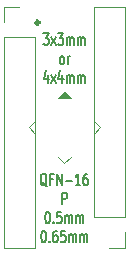
<source format=gto>
G04 #@! TF.GenerationSoftware,KiCad,Pcbnew,(6.0.9)*
G04 #@! TF.CreationDate,2023-05-28T18:51:30+02:00*
G04 #@! TF.ProjectId,SOIC-SSOP-DIP adapter,534f4943-2d53-4534-9f50-2d4449502061,rev?*
G04 #@! TF.SameCoordinates,Original*
G04 #@! TF.FileFunction,Legend,Top*
G04 #@! TF.FilePolarity,Positive*
%FSLAX46Y46*%
G04 Gerber Fmt 4.6, Leading zero omitted, Abs format (unit mm)*
G04 Created by KiCad (PCBNEW (6.0.9)) date 2023-05-28 18:51:30*
%MOMM*%
%LPD*%
G01*
G04 APERTURE LIST*
G04 Aperture macros list*
%AMRoundRect*
0 Rectangle with rounded corners*
0 $1 Rounding radius*
0 $2 $3 $4 $5 $6 $7 $8 $9 X,Y pos of 4 corners*
0 Add a 4 corners polygon primitive as box body*
4,1,4,$2,$3,$4,$5,$6,$7,$8,$9,$2,$3,0*
0 Add four circle primitives for the rounded corners*
1,1,$1+$1,$2,$3*
1,1,$1+$1,$4,$5*
1,1,$1+$1,$6,$7*
1,1,$1+$1,$8,$9*
0 Add four rect primitives between the rounded corners*
20,1,$1+$1,$2,$3,$4,$5,0*
20,1,$1+$1,$4,$5,$6,$7,0*
20,1,$1+$1,$6,$7,$8,$9,0*
20,1,$1+$1,$8,$9,$2,$3,0*%
%AMRotRect*
0 Rectangle, with rotation*
0 The origin of the aperture is its center*
0 $1 length*
0 $2 width*
0 $3 Rotation angle, in degrees counterclockwise*
0 Add horizontal line*
21,1,$1,$2,0,0,$3*%
G04 Aperture macros list end*
%ADD10C,0.150000*%
%ADD11C,0.329000*%
%ADD12C,0.120000*%
%ADD13R,1.700000X1.700000*%
%ADD14O,1.700000X1.700000*%
%ADD15RoundRect,0.116150X-0.413092X0.248831X0.248831X-0.413092X0.413092X-0.248831X-0.248831X0.413092X0*%
%ADD16RoundRect,0.087000X-0.413092X0.290055X0.290055X-0.413092X0.413092X-0.290055X-0.290055X0.413092X0*%
%ADD17RoundRect,0.116150X-0.413092X-0.248831X-0.248831X-0.413092X0.413092X0.248831X0.248831X0.413092X0*%
%ADD18RoundRect,0.087000X-0.413092X-0.290055X-0.290055X-0.413092X0.413092X0.290055X0.290055X0.413092X0*%
%ADD19RotRect,1.930400X1.930400X315.000000*%
G04 APERTURE END LIST*
D10*
X68350000Y-124370619D02*
X68283333Y-124323000D01*
X68216666Y-124227761D01*
X68116666Y-124084904D01*
X68050000Y-124037285D01*
X67983333Y-124037285D01*
X68016666Y-124275380D02*
X67950000Y-124227761D01*
X67883333Y-124132523D01*
X67850000Y-123942047D01*
X67850000Y-123608714D01*
X67883333Y-123418238D01*
X67950000Y-123323000D01*
X68016666Y-123275380D01*
X68150000Y-123275380D01*
X68216666Y-123323000D01*
X68283333Y-123418238D01*
X68316666Y-123608714D01*
X68316666Y-123942047D01*
X68283333Y-124132523D01*
X68216666Y-124227761D01*
X68150000Y-124275380D01*
X68016666Y-124275380D01*
X68850000Y-123751571D02*
X68616666Y-123751571D01*
X68616666Y-124275380D02*
X68616666Y-123275380D01*
X68950000Y-123275380D01*
X69216666Y-124275380D02*
X69216666Y-123275380D01*
X69616666Y-124275380D01*
X69616666Y-123275380D01*
X69950000Y-123894428D02*
X70483333Y-123894428D01*
X71183333Y-124275380D02*
X70783333Y-124275380D01*
X70983333Y-124275380D02*
X70983333Y-123275380D01*
X70916666Y-123418238D01*
X70850000Y-123513476D01*
X70783333Y-123561095D01*
X71783333Y-123275380D02*
X71650000Y-123275380D01*
X71583333Y-123323000D01*
X71550000Y-123370619D01*
X71483333Y-123513476D01*
X71450000Y-123703952D01*
X71450000Y-124084904D01*
X71483333Y-124180142D01*
X71516666Y-124227761D01*
X71583333Y-124275380D01*
X71716666Y-124275380D01*
X71783333Y-124227761D01*
X71816666Y-124180142D01*
X71850000Y-124084904D01*
X71850000Y-123846809D01*
X71816666Y-123751571D01*
X71783333Y-123703952D01*
X71716666Y-123656333D01*
X71583333Y-123656333D01*
X71516666Y-123703952D01*
X71483333Y-123751571D01*
X71450000Y-123846809D01*
X69666666Y-125885380D02*
X69666666Y-124885380D01*
X69933333Y-124885380D01*
X70000000Y-124933000D01*
X70033333Y-124980619D01*
X70066666Y-125075857D01*
X70066666Y-125218714D01*
X70033333Y-125313952D01*
X70000000Y-125361571D01*
X69933333Y-125409190D01*
X69666666Y-125409190D01*
X68383333Y-126495380D02*
X68450000Y-126495380D01*
X68516666Y-126543000D01*
X68550000Y-126590619D01*
X68583333Y-126685857D01*
X68616666Y-126876333D01*
X68616666Y-127114428D01*
X68583333Y-127304904D01*
X68550000Y-127400142D01*
X68516666Y-127447761D01*
X68450000Y-127495380D01*
X68383333Y-127495380D01*
X68316666Y-127447761D01*
X68283333Y-127400142D01*
X68250000Y-127304904D01*
X68216666Y-127114428D01*
X68216666Y-126876333D01*
X68250000Y-126685857D01*
X68283333Y-126590619D01*
X68316666Y-126543000D01*
X68383333Y-126495380D01*
X68916666Y-127400142D02*
X68950000Y-127447761D01*
X68916666Y-127495380D01*
X68883333Y-127447761D01*
X68916666Y-127400142D01*
X68916666Y-127495380D01*
X69583333Y-126495380D02*
X69250000Y-126495380D01*
X69216666Y-126971571D01*
X69250000Y-126923952D01*
X69316666Y-126876333D01*
X69483333Y-126876333D01*
X69550000Y-126923952D01*
X69583333Y-126971571D01*
X69616666Y-127066809D01*
X69616666Y-127304904D01*
X69583333Y-127400142D01*
X69550000Y-127447761D01*
X69483333Y-127495380D01*
X69316666Y-127495380D01*
X69250000Y-127447761D01*
X69216666Y-127400142D01*
X69916666Y-127495380D02*
X69916666Y-126828714D01*
X69916666Y-126923952D02*
X69950000Y-126876333D01*
X70016666Y-126828714D01*
X70116666Y-126828714D01*
X70183333Y-126876333D01*
X70216666Y-126971571D01*
X70216666Y-127495380D01*
X70216666Y-126971571D02*
X70250000Y-126876333D01*
X70316666Y-126828714D01*
X70416666Y-126828714D01*
X70483333Y-126876333D01*
X70516666Y-126971571D01*
X70516666Y-127495380D01*
X70850000Y-127495380D02*
X70850000Y-126828714D01*
X70850000Y-126923952D02*
X70883333Y-126876333D01*
X70950000Y-126828714D01*
X71050000Y-126828714D01*
X71116666Y-126876333D01*
X71150000Y-126971571D01*
X71150000Y-127495380D01*
X71150000Y-126971571D02*
X71183333Y-126876333D01*
X71250000Y-126828714D01*
X71350000Y-126828714D01*
X71416666Y-126876333D01*
X71450000Y-126971571D01*
X71450000Y-127495380D01*
X68050000Y-128105380D02*
X68116666Y-128105380D01*
X68183333Y-128153000D01*
X68216666Y-128200619D01*
X68250000Y-128295857D01*
X68283333Y-128486333D01*
X68283333Y-128724428D01*
X68250000Y-128914904D01*
X68216666Y-129010142D01*
X68183333Y-129057761D01*
X68116666Y-129105380D01*
X68050000Y-129105380D01*
X67983333Y-129057761D01*
X67950000Y-129010142D01*
X67916666Y-128914904D01*
X67883333Y-128724428D01*
X67883333Y-128486333D01*
X67916666Y-128295857D01*
X67950000Y-128200619D01*
X67983333Y-128153000D01*
X68050000Y-128105380D01*
X68583333Y-129010142D02*
X68616666Y-129057761D01*
X68583333Y-129105380D01*
X68550000Y-129057761D01*
X68583333Y-129010142D01*
X68583333Y-129105380D01*
X69216666Y-128105380D02*
X69083333Y-128105380D01*
X69016666Y-128153000D01*
X68983333Y-128200619D01*
X68916666Y-128343476D01*
X68883333Y-128533952D01*
X68883333Y-128914904D01*
X68916666Y-129010142D01*
X68950000Y-129057761D01*
X69016666Y-129105380D01*
X69150000Y-129105380D01*
X69216666Y-129057761D01*
X69250000Y-129010142D01*
X69283333Y-128914904D01*
X69283333Y-128676809D01*
X69250000Y-128581571D01*
X69216666Y-128533952D01*
X69150000Y-128486333D01*
X69016666Y-128486333D01*
X68950000Y-128533952D01*
X68916666Y-128581571D01*
X68883333Y-128676809D01*
X69916666Y-128105380D02*
X69583333Y-128105380D01*
X69550000Y-128581571D01*
X69583333Y-128533952D01*
X69650000Y-128486333D01*
X69816666Y-128486333D01*
X69883333Y-128533952D01*
X69916666Y-128581571D01*
X69950000Y-128676809D01*
X69950000Y-128914904D01*
X69916666Y-129010142D01*
X69883333Y-129057761D01*
X69816666Y-129105380D01*
X69650000Y-129105380D01*
X69583333Y-129057761D01*
X69550000Y-129010142D01*
X70250000Y-129105380D02*
X70250000Y-128438714D01*
X70250000Y-128533952D02*
X70283333Y-128486333D01*
X70350000Y-128438714D01*
X70450000Y-128438714D01*
X70516666Y-128486333D01*
X70550000Y-128581571D01*
X70550000Y-129105380D01*
X70550000Y-128581571D02*
X70583333Y-128486333D01*
X70650000Y-128438714D01*
X70750000Y-128438714D01*
X70816666Y-128486333D01*
X70850000Y-128581571D01*
X70850000Y-129105380D01*
X71183333Y-129105380D02*
X71183333Y-128438714D01*
X71183333Y-128533952D02*
X71216666Y-128486333D01*
X71283333Y-128438714D01*
X71383333Y-128438714D01*
X71450000Y-128486333D01*
X71483333Y-128581571D01*
X71483333Y-129105380D01*
X71483333Y-128581571D02*
X71516666Y-128486333D01*
X71583333Y-128438714D01*
X71683333Y-128438714D01*
X71750000Y-128486333D01*
X71783333Y-128581571D01*
X71783333Y-129105380D01*
X68066666Y-111380380D02*
X68500000Y-111380380D01*
X68266666Y-111761333D01*
X68366666Y-111761333D01*
X68433333Y-111808952D01*
X68466666Y-111856571D01*
X68500000Y-111951809D01*
X68500000Y-112189904D01*
X68466666Y-112285142D01*
X68433333Y-112332761D01*
X68366666Y-112380380D01*
X68166666Y-112380380D01*
X68100000Y-112332761D01*
X68066666Y-112285142D01*
X68733333Y-112380380D02*
X69100000Y-111713714D01*
X68733333Y-111713714D02*
X69100000Y-112380380D01*
X69300000Y-111380380D02*
X69733333Y-111380380D01*
X69500000Y-111761333D01*
X69600000Y-111761333D01*
X69666666Y-111808952D01*
X69700000Y-111856571D01*
X69733333Y-111951809D01*
X69733333Y-112189904D01*
X69700000Y-112285142D01*
X69666666Y-112332761D01*
X69600000Y-112380380D01*
X69400000Y-112380380D01*
X69333333Y-112332761D01*
X69300000Y-112285142D01*
X70033333Y-112380380D02*
X70033333Y-111713714D01*
X70033333Y-111808952D02*
X70066666Y-111761333D01*
X70133333Y-111713714D01*
X70233333Y-111713714D01*
X70300000Y-111761333D01*
X70333333Y-111856571D01*
X70333333Y-112380380D01*
X70333333Y-111856571D02*
X70366666Y-111761333D01*
X70433333Y-111713714D01*
X70533333Y-111713714D01*
X70600000Y-111761333D01*
X70633333Y-111856571D01*
X70633333Y-112380380D01*
X70966666Y-112380380D02*
X70966666Y-111713714D01*
X70966666Y-111808952D02*
X71000000Y-111761333D01*
X71066666Y-111713714D01*
X71166666Y-111713714D01*
X71233333Y-111761333D01*
X71266666Y-111856571D01*
X71266666Y-112380380D01*
X71266666Y-111856571D02*
X71300000Y-111761333D01*
X71366666Y-111713714D01*
X71466666Y-111713714D01*
X71533333Y-111761333D01*
X71566666Y-111856571D01*
X71566666Y-112380380D01*
X69583333Y-113990380D02*
X69516666Y-113942761D01*
X69483333Y-113895142D01*
X69450000Y-113799904D01*
X69450000Y-113514190D01*
X69483333Y-113418952D01*
X69516666Y-113371333D01*
X69583333Y-113323714D01*
X69683333Y-113323714D01*
X69750000Y-113371333D01*
X69783333Y-113418952D01*
X69816666Y-113514190D01*
X69816666Y-113799904D01*
X69783333Y-113895142D01*
X69750000Y-113942761D01*
X69683333Y-113990380D01*
X69583333Y-113990380D01*
X70116666Y-113990380D02*
X70116666Y-113323714D01*
X70116666Y-113514190D02*
X70150000Y-113418952D01*
X70183333Y-113371333D01*
X70250000Y-113323714D01*
X70316666Y-113323714D01*
X68433333Y-114933714D02*
X68433333Y-115600380D01*
X68266666Y-114552761D02*
X68100000Y-115267047D01*
X68533333Y-115267047D01*
X68733333Y-115600380D02*
X69100000Y-114933714D01*
X68733333Y-114933714D02*
X69100000Y-115600380D01*
X69666666Y-114933714D02*
X69666666Y-115600380D01*
X69500000Y-114552761D02*
X69333333Y-115267047D01*
X69766666Y-115267047D01*
X70033333Y-115600380D02*
X70033333Y-114933714D01*
X70033333Y-115028952D02*
X70066666Y-114981333D01*
X70133333Y-114933714D01*
X70233333Y-114933714D01*
X70300000Y-114981333D01*
X70333333Y-115076571D01*
X70333333Y-115600380D01*
X70333333Y-115076571D02*
X70366666Y-114981333D01*
X70433333Y-114933714D01*
X70533333Y-114933714D01*
X70600000Y-114981333D01*
X70633333Y-115076571D01*
X70633333Y-115600380D01*
X70966666Y-115600380D02*
X70966666Y-114933714D01*
X70966666Y-115028952D02*
X71000000Y-114981333D01*
X71066666Y-114933714D01*
X71166666Y-114933714D01*
X71233333Y-114981333D01*
X71266666Y-115076571D01*
X71266666Y-115600380D01*
X71266666Y-115076571D02*
X71300000Y-114981333D01*
X71366666Y-114933714D01*
X71466666Y-114933714D01*
X71533333Y-114981333D01*
X71566666Y-115076571D01*
X71566666Y-115600380D01*
D11*
X67728500Y-110490000D02*
G75*
G03*
X67728500Y-110490000I-164500J0D01*
G01*
D12*
X64710000Y-129600000D02*
X67370000Y-129600000D01*
X67370000Y-111760000D02*
X67370000Y-129600000D01*
X64710000Y-109160000D02*
X66040000Y-109160000D01*
X64710000Y-111760000D02*
X67370000Y-111760000D01*
X64710000Y-111760000D02*
X64710000Y-129600000D01*
X64710000Y-110490000D02*
X64710000Y-109160000D01*
X74990000Y-126985000D02*
X72330000Y-126985000D01*
X72330000Y-126985000D02*
X72330000Y-109145000D01*
X74990000Y-126985000D02*
X74990000Y-109145000D01*
X74990000Y-129585000D02*
X73660000Y-129585000D01*
X74990000Y-109145000D02*
X72330000Y-109145000D01*
X74990000Y-128255000D02*
X74990000Y-129585000D01*
X69337348Y-121851338D02*
X69850000Y-122363991D01*
X69850000Y-122363991D02*
X70362652Y-121851338D01*
X66866009Y-119380000D02*
X67378662Y-118867348D01*
X72321338Y-118867348D02*
X72833991Y-119380000D01*
X67378662Y-119892652D02*
X66866009Y-119380000D01*
X72833991Y-119380000D02*
X72321338Y-119892652D01*
G36*
X70363925Y-116909935D02*
G01*
X69342227Y-116906328D01*
X69851273Y-116397282D01*
X70363925Y-116909935D01*
G37*
X70363925Y-116909935D02*
X69342227Y-116906328D01*
X69851273Y-116397282D01*
X70363925Y-116909935D01*
%LPC*%
D13*
X66040000Y-110490000D03*
D14*
X66040000Y-113030000D03*
X66040000Y-115570000D03*
X66040000Y-118110000D03*
X66040000Y-120650000D03*
X66040000Y-123190000D03*
X66040000Y-125730000D03*
X66040000Y-128270000D03*
D13*
X73660000Y-128255000D03*
D14*
X73660000Y-125715000D03*
X73660000Y-123175000D03*
X73660000Y-120635000D03*
X73660000Y-118095000D03*
X73660000Y-115555000D03*
X73660000Y-113015000D03*
X73660000Y-110475000D03*
D15*
X69206038Y-117473569D03*
D16*
X68787643Y-117891964D03*
X68361964Y-118317643D03*
D15*
X67943569Y-118736038D03*
D17*
X67943569Y-120023962D03*
D18*
X68361964Y-120442357D03*
X68787643Y-120868036D03*
D17*
X69206038Y-121286431D03*
D15*
X70493962Y-121286431D03*
D16*
X70912357Y-120868036D03*
X71338036Y-120442357D03*
D15*
X71756431Y-120023962D03*
D17*
X71756431Y-118736038D03*
D18*
X71338036Y-118317643D03*
X70912357Y-117891964D03*
D17*
X70493962Y-117473569D03*
D19*
X69850000Y-119380000D03*
M02*

</source>
